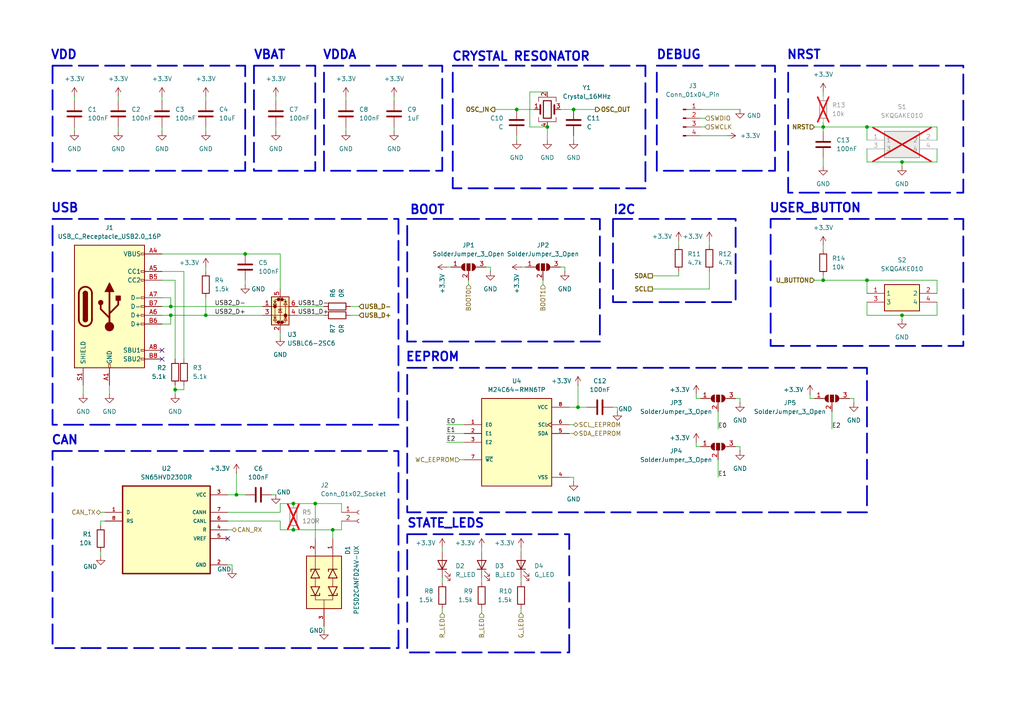
<source format=kicad_sch>
(kicad_sch (version 20231120) (generator "eeschema") (generator_version "8.0")
  (paper "A4")
  (title_block (title "MCU_Peripherals") (date "2025-12-08") (rev "V0.1") (company "Drag0th"))
  (lib_symbols
    (symbol "Connector:Conn_01x02_Socket" (pin_names (offset 1.016) hide)
      (property "Reference" "J" (at 0 2.54 0))
      (property "Value" "Conn_01x02_Socket" (at 0 -5.08 0))
      (symbol "Conn_01x02_Socket_1_1"
        (pin passive line (at -5.08 0 0) (length 3.81) (name "Pin_1") (number "1"))
        (pin passive line (at -5.08 -2.54 0) (length 3.81) (name "Pin_2") (number "2"))
      )
    )
    (symbol "Connector:Conn_01x04_Pin" (pin_names (offset 1.016) hide)
      (property "Reference" "J" (at 0 5.08 0))
      (property "Value" "Conn_01x04_Pin" (at 0 -7.62 0))
      (symbol "Conn_01x04_Pin_1_1"
        (pin passive line (at 5.08 2.54 180) (length 3.81) (name "Pin_1") (number "1"))
        (pin passive line (at 5.08 0 180) (length 3.81) (name "Pin_2") (number "2"))
        (pin passive line (at 5.08 -2.54 180) (length 3.81) (name "Pin_3") (number "3"))
        (pin passive line (at 5.08 -5.08 180) (length 3.81) (name "Pin_4") (number "4"))
      )
    )
    (symbol "Connector:USB_C_Receptacle_USB2.0_16P" (pin_names (offset 1.016))
      (property "Reference" "J" (at 0 22.225 0))
      (property "Value" "USB_C_Receptacle_USB2.0_16P" (at 0 19.685 0))
      (symbol "USB_C_Receptacle_USB2.0_16P_1_1"
        (pin passive line (at 0 -22.86 90) (length 5.08) (name "GND") (number "A1"))
        (pin passive line (at 0 -22.86 90) (length 5.08) hide (name "GND") (number "A12"))
        (pin passive line (at 15.24 15.24 180) (length 5.08) (name "VBUS") (number "A4"))
        (pin bidirectional line (at 15.24 10.16 180) (length 5.08) (name "CC1") (number "A5"))
        (pin bidirectional line (at 15.24 -2.54 180) (length 5.08) (name "D+") (number "A6"))
        (pin bidirectional line (at 15.24 2.54 180) (length 5.08) (name "D-") (number "A7"))
        (pin bidirectional line (at 15.24 -12.7 180) (length 5.08) (name "SBU1") (number "A8"))
        (pin passive line (at 15.24 15.24 180) (length 5.08) hide (name "VBUS") (number "A9"))
        (pin passive line (at 0 -22.86 90) (length 5.08) hide (name "GND") (number "B1"))
        (pin passive line (at 0 -22.86 90) (length 5.08) hide (name "GND") (number "B12"))
        (pin passive line (at 15.24 15.24 180) (length 5.08) hide (name "VBUS") (number "B4"))
        (pin bidirectional line (at 15.24 7.62 180) (length 5.08) (name "CC2") (number "B5"))
        (pin bidirectional line (at 15.24 -5.08 180) (length 5.08) (name "D+") (number "B6"))
        (pin bidirectional line (at 15.24 0 180) (length 5.08) (name "D-") (number "B7"))
        (pin bidirectional line (at 15.24 -15.24 180) (length 5.08) (name "SBU2") (number "B8"))
        (pin passive line (at 15.24 15.24 180) (length 5.08) hide (name "VBUS") (number "B9"))
        (pin passive line (at -7.62 -22.86 90) (length 5.08) (name "SHIELD") (number "S1"))
      )
    )
    (symbol "Device:C" (pin_numbers hide) (pin_names (offset 0.254))
      (property "Reference" "C" (at 0.635 2.54 0))
      (property "Value" "C" (at 0.635 -2.54 0))
      (symbol "C_1_1"
        (pin passive line (at 0 3.81 270) (length 2.794) (name "~") (number "1"))
        (pin passive line (at 0 -3.81 90) (length 2.794) (name "~") (number "2"))
      )
    )
    (symbol "Device:Crystal_GND24" (pin_names (offset 1.016) hide)
      (property "Reference" "Y" (at 3.175 5.08 0))
      (property "Value" "Crystal_GND24" (at 3.175 3.175 0))
      (symbol "Crystal_GND24_1_1"
        (pin passive line (at -3.81 0 0) (length 1.27) (name "1") (number "1"))
        (pin passive line (at 0 5.08 270) (length 1.27) (name "2") (number "2"))
        (pin passive line (at 3.81 0 180) (length 1.27) (name "3") (number "3"))
        (pin passive line (at 0 -5.08 90) (length 1.27) (name "4") (number "4"))
      )
    )
    (symbol "Device:LED" (pin_numbers hide) (pin_names (offset 1.016) hide)
      (property "Reference" "D" (at 0 2.54 0))
      (property "Value" "LED" (at 0 -2.54 0))
      (symbol "LED_1_1"
        (pin passive line (at -3.81 0 0) (length 2.54) (name "K") (number "1"))
        (pin passive line (at 3.81 0 180) (length 2.54) (name "A") (number "2"))
      )
    )
    (symbol "Device:R" (pin_numbers hide) (pin_names (offset 0))
      (property "Reference" "R" (at 2.032 0 90))
      (property "Value" "R" (at 0 0 90))
      (symbol "R_1_1"
        (pin passive line (at 0 3.81 270) (length 1.27) (name "~") (number "1"))
        (pin passive line (at 0 -3.81 90) (length 1.27) (name "~") (number "2"))
      )
    )
    (symbol "Jumper:SolderJumper_3_Open" (pin_names (offset 0) hide) (exclude_from_sim yes) (in_bom no)
      (property "Reference" "JP" (at -2.54 -2.54 0))
      (property "Value" "SolderJumper_3_Open" (at 0 2.794 0))
      (symbol "SolderJumper_3_Open_1_1"
        (pin passive line (at -5.08 0 0) (length 2.54) (name "A") (number "1"))
        (pin passive line (at 0 -3.81 90) (length 2.54) (name "C") (number "2"))
        (pin passive line (at 5.08 0 180) (length 2.54) (name "B") (number "3"))
      )
    )
    (symbol "KSZ_KiCad_Symbol_Library:M24C64-RMN6TP" (pin_names (offset 1.016))
      (property "Reference" "U" (at -10.16 13.335 0))
      (property "Value" "M24C64-RMN6TP" (at -10.16 -15.24 0))
      (symbol "M24C64-RMN6TP_0_0"
        (pin input line (at -15.24 5.08 0) (length 5.08) (name "E0") (number "1"))
        (pin input line (at -15.24 2.54 0) (length 5.08) (name "E1") (number "2"))
        (pin input line (at -15.24 0 0) (length 5.08) (name "E2") (number "3"))
        (pin power_in line (at 15.24 -10.16 180) (length 5.08) (name "VSS") (number "4"))
        (pin bidirectional line (at 15.24 2.54 180) (length 5.08) (name "SDA") (number "5"))
        (pin input clock (at 15.24 5.08 180) (length 5.08) (name "SCL") (number "6"))
        (pin input line (at -15.24 -5.08 0) (length 5.08) (name "~{WC}") (number "7"))
        (pin power_in line (at 15.24 10.16 180) (length 5.08) (name "VCC") (number "8"))
      )
    )
    (symbol "KSZ_KiCad_Symbol_Library:PESD2CANFD24V-UX" (pin_names (offset 1.016))
      (property "Reference" "D" (at -7.62 5.715 0))
      (property "Value" "PESD2CANFD24V-UX" (at -7.62 -7.62 0))
      (symbol "PESD2CANFD24V-UX_0_0"
        (pin passive line (at -12.7 2.54 0) (length 5.08) (name "~") (number "1"))
        (pin passive line (at -12.7 -2.54 0) (length 5.08) (name "~") (number "2"))
        (pin passive line (at 12.7 0 180) (length 5.08) (name "~") (number "3"))
      )
    )
    (symbol "KSZ_KiCad_Symbol_Library:SKQGAKE010"
      (property "Reference" "S" (at 16.51 7.62 0))
      (property "Value" "SKQGAKE010" (at 16.51 5.08 0))
      (symbol "SKQGAKE010_1_1"
        (pin passive line (at 0 0 0) (length 5.08) (name "1") (number "1"))
        (pin passive line (at 20.32 0 180) (length 5.08) (name "2") (number "2"))
        (pin passive line (at 0 -2.54 0) (length 5.08) (name "3") (number "3"))
        (pin passive line (at 20.32 -2.54 180) (length 5.08) (name "4") (number "4"))
      )
    )
    (symbol "KSZ_KiCad_Symbol_Library:SN65HVD230DR" (pin_names (offset 1.016))
      (property "Reference" "U" (at -12.7 13.7 0))
      (property "Value" "SN65HVD230DR" (at -12.7 -16.7 0))
      (symbol "SN65HVD230DR_0_0"
        (pin input line (at -17.78 5.08 0) (length 5.08) (name "D") (number "1"))
        (pin power_in line (at 17.78 -10.16 180) (length 5.08) (name "GND") (number "2"))
        (pin power_in line (at 17.78 10.16 180) (length 5.08) (name "VCC") (number "3"))
        (pin output line (at 17.78 0 180) (length 5.08) (name "R") (number "4"))
        (pin output line (at 17.78 -2.54 180) (length 5.08) (name "VREF") (number "5"))
        (pin output line (at 17.78 2.54 180) (length 5.08) (name "CANL") (number "6"))
        (pin output line (at 17.78 5.08 180) (length 5.08) (name "CANH") (number "7"))
        (pin input line (at -17.78 2.54 0) (length 5.08) (name "RS") (number "8"))
      )
    )
    (symbol "Power_Protection:USBLC6-2SC6" (pin_names hide)
      (property "Reference" "U" (at 0.635 5.715 0))
      (property "Value" "USBLC6-2SC6" (at 0.635 3.81 0))
      (symbol "USBLC6-2SC6_1_1"
        (pin passive line (at -5.08 0 0) (length 2.54) (name "I/O1") (number "1"))
        (pin passive line (at 0 -7.62 90) (length 2.54) (name "GND") (number "2"))
        (pin passive line (at -5.08 -2.54 0) (length 2.54) (name "I/O2") (number "3"))
        (pin passive line (at 5.08 -2.54 180) (length 2.54) (name "I/O2") (number "4"))
        (pin passive line (at 0 5.08 270) (length 2.54) (name "VBUS") (number "5"))
        (pin passive line (at 5.08 0 180) (length 2.54) (name "I/O1") (number "6"))
      )
    )
    (symbol "power:+3.3V" (power) (pin_numbers hide) (pin_names (offset 0) hide)
      (property "Value" "+3.3V" (at 0 3.556 0))
      (symbol "+3.3V_1_1"
        (pin power_in line (at 0 0 90) (length 0) (name "~") (number "1"))
      )
    )
    (symbol "power:GND" (power) (pin_numbers hide) (pin_names (offset 0) hide)
      (property "Value" "GND" (at 0 -3.81 0))
      (symbol "GND_1_1"
        (pin power_in line (at 0 0 270) (length 0) (name "~") (number "1"))
      )
    )
  )
  (junction (at 149.86 31.75))
  (junction (at 49.53 91.44))
  (junction (at 59.69 91.44))
  (junction (at 49.53 88.9))
  (junction (at 50.8 113.03))
  (junction (at 158.75 36.83))
  (junction (at 251.46 36.83))
  (junction (at 85.09 146.05))
  (junction (at 71.12 73.66))
  (junction (at 238.76 36.83))
  (junction (at 96.52 153.67))
  (junction (at 261.62 91.44))
  (junction (at 167.64 118.11))
  (junction (at 238.76 81.28))
  (junction (at 166.37 31.75))
  (junction (at 261.62 46.99))
  (junction (at 85.09 153.67))
  (junction (at 91.44 146.05))
  (junction (at 68.58 143.51))
  (junction (at 251.46 81.28))
  (no_connect (at 66.04 156.21))
  (no_connect (at 46.99 104.14))
  (no_connect (at 46.99 101.6))
  (wire (pts (xy 205.74 83.82) (xy 205.74 78.74)))
  (wire (pts (xy 201.93 129.54) (xy 203.2 129.54)))
  (wire (pts (xy 158.75 26.67) (xy 153.67 26.67)))
  (wire (pts (xy 128.27 167.64) (xy 128.27 168.91)))
  (wire (pts (xy 34.29 27.94) (xy 34.29 29.21)))
  (wire (pts (xy 151.13 167.64) (xy 151.13 168.91)))
  (wire (pts (xy 196.85 69.85) (xy 196.85 71.12)))
  (wire (pts (xy 201.93 128.27) (xy 201.93 129.54)))
  (wire (pts (xy 179.07 118.11) (xy 179.07 119.38)))
  (wire (pts (xy 46.99 27.94) (xy 46.99 29.21)))
  (wire (pts (xy 29.21 148.59) (xy 30.48 148.59)))
  (wire (pts (xy 46.99 78.74) (xy 53.34 78.74)))
  (wire (pts (xy 234.95 114.3) (xy 234.95 115.57)))
  (wire (pts (xy 81.28 146.05) (xy 81.28 148.59)))
  (wire (pts (xy 157.48 81.28) (xy 157.48 82.55)))
  (wire (pts (xy 59.69 27.94) (xy 59.69 29.21)))
  (wire (pts (xy 85.09 153.67) (xy 96.52 153.67)))
  (wire (pts (xy 238.76 71.12) (xy 238.76 72.39)))
  (wire (pts (xy 66.04 163.83) (xy 67.31 163.83)))
  (wire (pts (xy 213.36 115.57) (xy 214.63 115.57)))
  (wire (pts (xy 46.99 88.9) (xy 49.53 88.9)))
  (wire (pts (xy 214.63 129.54) (xy 214.63 130.81)))
  (wire (pts (xy 251.46 46.99) (xy 261.62 46.99)))
  (wire (pts (xy 96.52 153.67) (xy 96.52 156.21)))
  (wire (pts (xy 129.54 123.19) (xy 134.62 123.19)))
  (wire (pts (xy 133.35 133.35) (xy 134.62 133.35)))
  (wire (pts (xy 66.04 151.13) (xy 81.28 151.13)))
  (wire (pts (xy 236.22 81.28) (xy 238.76 81.28)))
  (wire (pts (xy 49.53 91.44) (xy 59.69 91.44)))
  (wire (pts (xy 29.21 151.13) (xy 29.21 152.4)))
  (wire (pts (xy 80.01 27.94) (xy 80.01 29.21)))
  (wire (pts (xy 167.64 111.76) (xy 167.64 118.11)))
  (wire (pts (xy 213.36 129.54) (xy 214.63 129.54)))
  (wire (pts (xy 49.53 88.9) (xy 76.2 88.9)))
  (wire (pts (xy 201.93 115.57) (xy 203.2 115.57)))
  (wire (pts (xy 205.74 69.85) (xy 205.74 71.12)))
  (wire (pts (xy 93.98 181.61) (xy 93.98 182.88)))
  (wire (pts (xy 50.8 81.28) (xy 50.8 104.14)))
  (wire (pts (xy 189.23 83.82) (xy 205.74 83.82)))
  (wire (pts (xy 151.13 77.47) (xy 152.4 77.47)))
  (wire (pts (xy 238.76 36.83) (xy 251.46 36.83)))
  (wire (pts (xy 46.99 81.28) (xy 50.8 81.28)))
  (wire (pts (xy 177.8 118.11) (xy 179.07 118.11)))
  (wire (pts (xy 251.46 81.28) (xy 271.78 81.28)))
  (wire (pts (xy 166.37 40.64) (xy 166.37 39.37)))
  (wire (pts (xy 246.38 115.57) (xy 247.65 115.57)))
  (wire (pts (xy 46.99 86.36) (xy 49.53 86.36)))
  (wire (pts (xy 139.7 158.75) (xy 139.7 160.02)))
  (wire (pts (xy 167.64 118.11) (xy 170.18 118.11)))
  (wire (pts (xy 91.44 146.05) (xy 99.06 146.05)))
  (wire (pts (xy 101.6 88.9) (xy 104.14 88.9)))
  (wire (pts (xy 166.37 138.43) (xy 166.37 139.7)))
  (wire (pts (xy 81.28 96.52) (xy 81.28 97.79)))
  (wire (pts (xy 59.69 36.83) (xy 59.69 38.1)))
  (wire (pts (xy 241.3 119.38) (xy 241.3 124.46)))
  (wire (pts (xy 139.7 176.53) (xy 139.7 177.8)))
  (wire (pts (xy 99.06 151.13) (xy 99.06 153.67)))
  (wire (pts (xy 50.8 114.3) (xy 50.8 113.03)))
  (wire (pts (xy 49.53 86.36) (xy 49.53 88.9)))
  (wire (pts (xy 30.48 151.13) (xy 29.21 151.13)))
  (wire (pts (xy 71.12 81.28) (xy 71.12 82.55)))
  (wire (pts (xy 114.3 36.83) (xy 114.3 38.1)))
  (wire (pts (xy 271.78 91.44) (xy 271.78 87.63)))
  (wire (pts (xy 189.23 80.01) (xy 196.85 80.01)))
  (wire (pts (xy 46.99 36.83) (xy 46.99 38.1)))
  (wire (pts (xy 71.12 73.66) (xy 81.28 73.66)))
  (wire (pts (xy 153.67 36.83) (xy 158.75 36.83)))
  (wire (pts (xy 208.28 133.35) (xy 208.28 138.43)))
  (wire (pts (xy 203.2 31.75) (xy 214.63 31.75)))
  (wire (pts (xy 149.86 31.75) (xy 154.94 31.75)))
  (wire (pts (xy 100.33 27.94) (xy 100.33 29.21)))
  (wire (pts (xy 81.28 73.66) (xy 81.28 83.82)))
  (wire (pts (xy 139.7 167.64) (xy 139.7 168.91)))
  (wire (pts (xy 46.99 93.98) (xy 49.53 93.98)))
  (wire (pts (xy 251.46 36.83) (xy 271.78 36.83)))
  (wire (pts (xy 100.33 36.83) (xy 100.33 38.1)))
  (wire (pts (xy 165.1 138.43) (xy 166.37 138.43)))
  (wire (pts (xy 166.37 31.75) (xy 172.72 31.75)))
  (wire (pts (xy 99.06 146.05) (xy 99.06 148.59)))
  (wire (pts (xy 238.76 36.83) (xy 238.76 38.1)))
  (wire (pts (xy 261.62 92.71) (xy 261.62 91.44)))
  (wire (pts (xy 261.62 48.26) (xy 261.62 46.99)))
  (wire (pts (xy 66.04 153.67) (xy 67.31 153.67)))
  (wire (pts (xy 251.46 36.83) (xy 251.46 40.64)))
  (wire (pts (xy 34.29 36.83) (xy 34.29 38.1)))
  (wire (pts (xy 158.75 36.83) (xy 158.75 40.64)))
  (wire (pts (xy 128.27 158.75) (xy 128.27 160.02)))
  (wire (pts (xy 142.24 77.47) (xy 142.24 78.74)))
  (wire (pts (xy 101.6 91.44) (xy 104.14 91.44)))
  (wire (pts (xy 53.34 111.76) (xy 53.34 113.03)))
  (wire (pts (xy 247.65 115.57) (xy 247.65 116.84)))
  (wire (pts (xy 86.36 91.44) (xy 93.98 91.44)))
  (wire (pts (xy 236.22 36.83) (xy 238.76 36.83)))
  (wire (pts (xy 66.04 148.59) (xy 81.28 148.59)))
  (wire (pts (xy 251.46 87.63) (xy 251.46 91.44)))
  (wire (pts (xy 78.74 143.51) (xy 80.01 143.51)))
  (wire (pts (xy 68.58 137.16) (xy 68.58 143.51)))
  (wire (pts (xy 201.93 114.3) (xy 201.93 115.57)))
  (wire (pts (xy 29.21 160.02) (xy 29.21 161.29)))
  (wire (pts (xy 251.46 43.18) (xy 251.46 46.99)))
  (wire (pts (xy 238.76 81.28) (xy 251.46 81.28)))
  (wire (pts (xy 261.62 91.44) (xy 271.78 91.44)))
  (wire (pts (xy 196.85 78.74) (xy 196.85 80.01)))
  (wire (pts (xy 238.76 35.56) (xy 238.76 36.83)))
  (wire (pts (xy 31.75 111.76) (xy 31.75 114.3)))
  (wire (pts (xy 151.13 176.53) (xy 151.13 177.8)))
  (wire (pts (xy 238.76 45.72) (xy 238.76 48.26)))
  (wire (pts (xy 271.78 46.99) (xy 271.78 43.18)))
  (wire (pts (xy 203.2 39.37) (xy 210.82 39.37)))
  (wire (pts (xy 129.54 77.47) (xy 130.81 77.47)))
  (wire (pts (xy 81.28 146.05) (xy 85.09 146.05)))
  (wire (pts (xy 129.54 128.27) (xy 134.62 128.27)))
  (wire (pts (xy 81.28 151.13) (xy 81.28 153.67)))
  (wire (pts (xy 80.01 36.83) (xy 80.01 38.1)))
  (wire (pts (xy 21.59 27.94) (xy 21.59 29.21)))
  (wire (pts (xy 50.8 113.03) (xy 53.34 113.03)))
  (wire (pts (xy 24.13 111.76) (xy 24.13 114.3)))
  (wire (pts (xy 149.86 39.37) (xy 149.86 40.64)))
  (wire (pts (xy 151.13 158.75) (xy 151.13 160.02)))
  (wire (pts (xy 238.76 26.67) (xy 238.76 27.94)))
  (wire (pts (xy 46.99 91.44) (xy 49.53 91.44)))
  (wire (pts (xy 67.31 163.83) (xy 67.31 165.1)))
  (wire (pts (xy 163.83 77.47) (xy 163.83 78.74)))
  (wire (pts (xy 271.78 81.28) (xy 271.78 85.09)))
  (wire (pts (xy 59.69 77.47) (xy 59.69 78.74)))
  (wire (pts (xy 135.89 81.28) (xy 135.89 82.55)))
  (wire (pts (xy 114.3 27.94) (xy 114.3 29.21)))
  (wire (pts (xy 81.28 153.67) (xy 85.09 153.67)))
  (wire (pts (xy 208.28 119.38) (xy 208.28 124.46)))
  (wire (pts (xy 251.46 91.44) (xy 261.62 91.44)))
  (wire (pts (xy 203.2 36.83) (xy 204.47 36.83)))
  (wire (pts (xy 96.52 153.67) (xy 99.06 153.67)))
  (wire (pts (xy 203.2 34.29) (xy 204.47 34.29)))
  (wire (pts (xy 66.04 143.51) (xy 68.58 143.51)))
  (wire (pts (xy 68.58 143.51) (xy 71.12 143.51)))
  (wire (pts (xy 49.53 93.98) (xy 49.53 91.44)))
  (wire (pts (xy 53.34 78.74) (xy 53.34 104.14)))
  (wire (pts (xy 59.69 86.36) (xy 59.69 91.44)))
  (wire (pts (xy 59.69 91.44) (xy 76.2 91.44)))
  (wire (pts (xy 143.51 31.75) (xy 149.86 31.75)))
  (wire (pts (xy 162.56 31.75) (xy 166.37 31.75)))
  (wire (pts (xy 46.99 73.66) (xy 71.12 73.66)))
  (wire (pts (xy 153.67 26.67) (xy 153.67 36.83)))
  (wire (pts (xy 50.8 111.76) (xy 50.8 113.03)))
  (wire (pts (xy 128.27 176.53) (xy 128.27 177.8)))
  (wire (pts (xy 85.09 146.05) (xy 91.44 146.05)))
  (wire (pts (xy 165.1 125.73) (xy 166.37 125.73)))
  (wire (pts (xy 162.56 77.47) (xy 163.83 77.47)))
  (wire (pts (xy 238.76 80.01) (xy 238.76 81.28)))
  (wire (pts (xy 129.54 125.73) (xy 134.62 125.73)))
  (wire (pts (xy 214.63 115.57) (xy 214.63 116.84)))
  (wire (pts (xy 234.95 115.57) (xy 236.22 115.57)))
  (wire (pts (xy 21.59 36.83) (xy 21.59 38.1)))
  (wire (pts (xy 271.78 36.83) (xy 271.78 40.64)))
  (wire (pts (xy 86.36 88.9) (xy 93.98 88.9)))
  (wire (pts (xy 251.46 81.28) (xy 251.46 85.09)))
  (wire (pts (xy 91.44 146.05) (xy 91.44 156.21)))
  (wire (pts (xy 140.97 77.47) (xy 142.24 77.47)))
  (wire (pts (xy 165.1 123.19) (xy 166.37 123.19)))
  (wire (pts (xy 261.62 46.99) (xy 271.78 46.99)))
  (wire (pts (xy 165.1 118.11) (xy 167.64 118.11)))
  (rectangle (start 93.98 19.05) (end 128.27 49.53) (stroke (width 0.508) (type dash)))
  (rectangle (start 73.66 19.05) (end 91.44 49.53) (stroke (width 0.508) (type dash)))
  (rectangle (start 190.5 19.05) (end 224.79 49.53) (stroke (width 0.508) (type dash)))
  (rectangle (start 15.24 63.5) (end 115.57 123.19) (stroke (width 0.508) (type dash)))
  (rectangle (start 118.11 63.5) (end 173.99 99.06) (stroke (width 0.508) (type dash)))
  (rectangle (start 118.11 106.68) (end 251.46 148.59) (stroke (width 0.508) (type dash)))
  (rectangle (start 228.6 19.05) (end 279.4 55.88) (stroke (width 0.508) (type dash)))
  (rectangle (start 15.24 130.81) (end 115.57 187.96) (stroke (width 0.508) (type dash)))
  (rectangle (start 131.318 19.05) (end 187.198 54.61) (stroke (width 0.508) (type dash)))
  (rectangle (start 177.8 63.5) (end 213.36 87.63) (stroke (width 0.508) (type dash)))
  (rectangle (start 15.24 19.05) (end 71.12 49.53) (stroke (width 0.508) (type dash)))
  (rectangle (start 118.11 154.94) (end 165.1 189.23) (stroke (width 0.508) (type dash)))
  (rectangle (start 223.52 63.5) (end 279.4 100.33) (stroke (width 0.508) (type dash)))
  (text "VDDA" (at 98.552 16.002 0) (effects (font (size 2.54 2.54) (thickness 0.508) (bold yes))))
  (text "CRYSTAL RESONATOR" (at 151.13 16.51 0) (effects (font (size 2.54 2.54) (thickness 0.508) (bold yes))))
  (text "CAN" (at 18.796 127.762 0) (effects (font (size 2.54 2.54) (thickness 0.508) (bold yes))))
  (text "EEPROM" (at 125.476 103.632 0) (effects (font (size 2.54 2.54) (thickness 0.508) (bold yes))))
  (text "VDD" (at 18.542 16.002 0) (effects (font (size 2.54 2.54) (thickness 0.508) (bold yes))))
  (text "STATE_LEDS" (at 129.286 151.892 0) (effects (font (size 2.54 2.54) (thickness 0.508) (bold yes))))
  (text "BOOT" (at 123.952 60.96 0) (effects (font (size 2.54 2.54) (thickness 0.508) (bold yes))))
  (text "DEBUG" (at 196.85 16.002 0) (effects (font (size 2.54 2.54) (thickness 0.508) (bold yes))))
  (text "NRST" (at 233.172 16.002 0) (effects (font (size 2.54 2.54) (thickness 0.508) (bold yes))))
  (text "VBAT" (at 78.232 16.002 0) (effects (font (size 2.54 2.54) (thickness 0.508) (bold yes))))
  (text "USER_BUTTON" (at 236.474 60.452 0) (effects (font (size 2.54 2.54) (thickness 0.508) (bold yes))))
  (text "I2C" (at 181.102 60.96 0) (effects (font (size 2.54 2.54) (thickness 0.508) (bold yes))))
  (text "USB" (at 18.796 60.452 0) (effects (font (size 2.54 2.54) (thickness 0.508) (bold yes))))
  (label "E2" (at 241.3 124.46 0))
  (label "E0" (at 129.54 123.19 0))
  (label "USB2_D+" (at 62.23 91.44 0))
  (label "USB2_D-" (at 62.23 88.9 0))
  (label "E1" (at 208.28 138.43 0))
  (label "USB1_D-" (at 86.36 88.9 0))
  (label "USB1_D+" (at 86.36 91.44 0))
  (label "E2" (at 129.54 128.27 0))
  (label "E1" (at 129.54 125.73 0))
  (label "E0" (at 208.28 124.46 0))
  (hierarchical_label "OSC_OUT" (shape output) (at 172.72 31.75 0) (effects (font (thickness 0.254) (bold yes))))
  (hierarchical_label "SDA" (shape passive) (at 189.23 80.01 180) (effects (font (thickness 0.254) (bold yes))))
  (hierarchical_label "R_LED" (shape input) (at 128.27 177.8 270))
  (hierarchical_label "BOOT1" (shape input) (at 157.48 82.55 270))
  (hierarchical_label "U_BUTTON" (shape input) (at 236.22 81.28 180) (effects (font (thickness 0.254) (bold yes))))
  (hierarchical_label "SWDIO" (shape input) (at 204.47 34.29 0))
  (hierarchical_label "SCL_EEPROM" (shape bidirectional) (at 166.37 123.19 0))
  (hierarchical_label "OSC_IN" (shape output) (at 143.51 31.75 180) (effects (font (thickness 0.254) (bold yes))))
  (hierarchical_label "WC_EEPROM" (shape input) (at 133.35 133.35 180))
  (hierarchical_label "SDA_EEPROM" (shape bidirectional) (at 166.37 125.73 0))
  (hierarchical_label "CAN_RX" (shape bidirectional) (at 67.31 153.67 0))
  (hierarchical_label "USB_D+" (shape input) (at 104.14 91.44 0) (effects (font (thickness 0.254) (bold yes))))
  (hierarchical_label "CAN_TX" (shape bidirectional) (at 29.21 148.59 180))
  (hierarchical_label "SCL" (shape passive) (at 189.23 83.82 180) (effects (font (thickness 0.254) (bold yes))))
  (hierarchical_label "BOOT0" (shape input) (at 135.89 82.55 270))
  (hierarchical_label "SWCLK" (shape input) (at 204.47 36.83 0))
  (hierarchical_label "G_LED" (shape input) (at 151.13 177.8 270))
  (hierarchical_label "USB_D-" (shape input) (at 104.14 88.9 0) (effects (font (thickness 0.254) (bold yes))))
  (hierarchical_label "NRST" (shape input) (at 236.22 36.83 180) (effects (font (thickness 0.254) (bold yes))))
  (hierarchical_label "B_LED" (shape input) (at 139.7 177.8 270))
  (symbol (lib_id "power:GND") (at 46.99 38.1 0) (unit 1)
    (property "Reference" "#PWR03" (effects (hide yes)))
    (property "Value" "GND" (at 46.99 43.18 0))
    (property "Description" "Power symbol creates a global label with name \"GND\" , ground" (effects (hide yes)))
  )
  (symbol (lib_id "power:+3.3V") (at 59.69 77.47 0) (unit 1)
    (property "Reference" "#PWR029" (effects (hide yes)))
    (property "Value" "+3.3V" (at 54.864 76.2 0))
    (property "Description" "Power symbol creates a global label with name \"+3.3V\"" (effects (hide yes)))
  )
  (symbol (lib_id "power:GND") (at 81.28 97.79 0) (unit 1)
    (property "Reference" "#PWR024" (effects (hide yes)))
    (property "Value" "GND" (at 81.28 102.87 0))
    (property "Description" "Power symbol creates a global label with name \"GND\" , ground" (effects (hide yes)))
  )
  (symbol (lib_id "power:GND") (at 158.75 40.64 0) (unit 1)
    (property "Reference" "#PWR021" (effects (hide yes)))
    (property "Value" "GND" (at 158.75 45.72 0))
    (property "Description" "Power symbol creates a global label with name \"GND\" , ground" (effects (hide yes)))
  )
  (symbol (lib_id "power:GND") (at 29.21 161.29 0) (unit 1)
    (property "Reference" "#PWR090" (effects (hide yes)))
    (property "Value" "GND" (at 26.162 164.338 0))
    (property "Description" "Power symbol creates a global label with name \"GND\" , ground" (effects (hide yes)))
  )
  (symbol (lib_id "power:+3.3V") (at 201.93 128.27 0) (unit 1)
    (property "Reference" "#PWR083" (effects (hide yes)))
    (property "Value" "+3.3V" (at 197.104 127 0))
    (property "Description" "Power symbol creates a global label with name \"+3.3V\"" (effects (hide yes)))
  )
  (symbol (lib_id "power:GND") (at 80.01 38.1 0) (unit 1)
    (property "Reference" "#PWR013" (effects (hide yes)))
    (property "Value" "GND" (at 80.01 43.18 0))
    (property "Description" "Power symbol creates a global label with name \"GND\" , ground" (effects (hide yes)))
  )
  (symbol (lib_id "power:GND") (at 80.01 143.51 0) (unit 1)
    (property "Reference" "#PWR088" (effects (hide yes)))
    (property "Value" "GND" (at 82.296 142.748 0))
    (property "Description" "Power symbol creates a global label with name \"GND\" , ground" (effects (hide yes)))
  )
  (symbol (lib_id "KSZ_KiCad_Symbol_Library:SN65HVD230DR") (at 48.26 153.67 0) (unit 1)
    (property "Reference" "U2" (at 48.26 135.89 0))
    (property "Value" "SN65HVD230DR" (at 48.26 138.43 0))
    (property "Footprint" "KSZ_KiCad_Footprint_Library:SOIC127P599X175-8N" (effects (hide yes)))
    (property "MF" "Texas Instruments" (effects (hide yes)))
    (property "Description_1" "\n                        \n                            3.3 V CAN Transceiver with Standby Mode\n                        \n" (effects (hide yes)))
    (property "Package" "SOIC-8 Texas Instruments" (effects (hide yes)))
    (property "Price" "None" (effects (hide yes)))
    (property "SnapEDA_Link" "https://www.snapeda.com/parts/SN65HVD230DR/Texas+Instruments/view-part/?ref=snap" (effects (hide yes)))
    (property "MP" "SN65HVD230DR" (effects (hide yes)))
    (property "Availability" "In Stock" (effects (hide yes)))
    (property "Check_prices" "https://www.snapeda.com/parts/SN65HVD230DR/Texas+Instruments/view-part/?ref=eda" (effects (hide yes)))
  )
  (symbol (lib_id "KSZ_KiCad_Symbol_Library:SKQGAKE010") (at 251.46 40.64 0) (unit 1) (dnp yes)
    (property "Reference" "S1" (at 261.62 30.988 0))
    (property "Value" "SKQGAKE010" (at 261.62 33.528 0))
    (property "Footprint" "KSZ_KiCad_Footprint_Library:SKQGAKE010" (effects (hide yes)))
    (property "Description" "Tact switch,SMT,SPST,with stem,3.43N o/f Stem Tactile Switch, SPST-NO 50 mA 1.5mm" (effects (hide yes)))
    (property "Mouser Part Number" "688-SKQGAKE010" (effects (hide yes)))
    (property "Mouser Price/Stock" "https://www.mouser.co.uk/ProductDetail/Alps-Alpine/SKQGAKE010?qs=6EGMNY9ZYDT%2FL8q647gzYA%3D%3D" (effects (hide yes)))
    (property "Manufacturer_Name" "ALPS Electric" (effects (hide yes)))
    (property "Manufacturer_Part_Number" "SKQGAKE010" (effects (hide yes)))
  )
  (symbol (lib_id "power:+3.3V") (at 34.29 27.94 0) (unit 1)
    (property "Reference" "#PWR08" (effects (hide yes)))
    (property "Value" "+3.3V" (at 34.29 22.86 0))
    (property "Description" "Power symbol creates a global label with name \"+3.3V\"" (effects (hide yes)))
  )
  (symbol (lib_id "power:GND") (at 166.37 40.64 0) (unit 1)
    (property "Reference" "#PWR022" (effects (hide yes)))
    (property "Value" "GND" (at 166.37 45.72 0))
    (property "Description" "Power symbol creates a global label with name \"GND\" , ground" (effects (hide yes)))
  )
  (symbol (lib_id "Jumper:SolderJumper_3_Open") (at 208.28 115.57 0) (unit 1) (exclude_from_sim yes) (in_bom no)
    (property "Reference" "JP3" (at 196.088 116.84 0))
    (property "Value" "SolderJumper_3_Open" (at 196.088 119.38 0))
    (property "Footprint" "Jumper:SolderJumper-3_P1.3mm_Open_RoundedPad1.0x1.5mm_NumberLabels" (effects (hide yes)))
    (property "Description" "Solder Jumper, 3-pole, open" (effects (hide yes)))
  )
  (symbol (lib_id "power:+3.3V") (at 46.99 27.94 0) (unit 1)
    (property "Reference" "#PWR09" (effects (hide yes)))
    (property "Value" "+3.3V" (at 46.99 22.86 0))
    (property "Description" "Power symbol creates a global label with name \"+3.3V\"" (effects (hide yes)))
  )
  (symbol (lib_id "Device:C") (at 71.12 77.47 0) (unit 1)
    (property "Reference" "C5" (at 74.93 76.1999 0) (effects (justify left)))
    (property "Value" "100nF" (at 74.93 78.7399 0) (effects (justify left)))
    (property "Footprint" "Capacitor_SMD:C_0402_1005Metric_Pad0.74x0.62mm_HandSolder" (effects (hide yes)))
    (property "Description" "Unpolarized capacitor" (effects (hide yes)))
  )
  (symbol (lib_id "power:GND") (at 114.3 38.1 0) (unit 1)
    (property "Reference" "#PWR019" (effects (hide yes)))
    (property "Value" "GND" (at 114.3 43.18 0))
    (property "Description" "Power symbol creates a global label with name \"GND\" , ground" (effects (hide yes)))
  )
  (symbol (lib_id "Device:R") (at 53.34 107.95 0) (unit 1)
    (property "Reference" "R3" (at 55.88 106.6799 0) (effects (justify left)))
    (property "Value" "5.1k" (at 55.88 109.2199 0) (effects (justify left)))
    (property "Footprint" "Resistor_SMD:R_0402_1005Metric_Pad0.72x0.64mm_HandSolder" (effects (hide yes)))
    (property "Description" "Resistor" (effects (hide yes)))
  )
  (symbol (lib_id "power:+3.3V") (at 238.76 71.12 0) (unit 1)
    (property "Reference" "#PWR095" (effects (hide yes)))
    (property "Value" "+3.3V" (at 238.76 66.04 0))
    (property "Description" "Power symbol creates a global label with name \"+3.3V\"" (effects (hide yes)))
  )
  (symbol (lib_id "power:GND") (at 149.86 40.64 0) (unit 1)
    (property "Reference" "#PWR023" (effects (hide yes)))
    (property "Value" "GND" (at 149.86 45.72 0))
    (property "Description" "Power symbol creates a global label with name \"GND\" , ground" (effects (hide yes)))
  )
  (symbol (lib_id "power:GND") (at 24.13 114.3 0) (unit 1)
    (property "Reference" "#PWR026" (effects (hide yes)))
    (property "Value" "GND" (at 24.13 119.38 0))
    (property "Description" "Power symbol creates a global label with name \"GND\" , ground" (effects (hide yes)))
  )
  (symbol (lib_id "Device:C") (at 166.37 35.56 0) (unit 1)
    (property "Reference" "C11" (at 170.18 34.2899 0) (effects (justify left)))
    (property "Value" "C" (at 170.18 36.8299 0) (effects (justify left)))
    (property "Footprint" "Capacitor_SMD:C_0402_1005Metric_Pad0.74x0.62mm_HandSolder" (effects (hide yes)))
    (property "Description" "Unpolarized capacitor" (effects (hide yes)))
  )
  (symbol (lib_id "power:GND") (at 100.33 38.1 0) (unit 1)
    (property "Reference" "#PWR017" (effects (hide yes)))
    (property "Value" "GND" (at 100.33 43.18 0))
    (property "Description" "Power symbol creates a global label with name \"GND\" , ground" (effects (hide yes)))
  )
  (symbol (lib_id "Device:C") (at 114.3 33.02 0) (unit 1)
    (property "Reference" "C9" (at 118.11 31.7499 0) (effects (justify left)))
    (property "Value" "1uF" (at 118.11 34.2899 0) (effects (justify left)))
    (property "Footprint" "Capacitor_SMD:C_0402_1005Metric_Pad0.74x0.62mm_HandSolder" (effects (hide yes)))
    (property "Description" "Unpolarized capacitor" (effects (hide yes)))
  )
  (symbol (lib_id "power:+3.3V") (at 114.3 27.94 0) (unit 1)
    (property "Reference" "#PWR018" (effects (hide yes)))
    (property "Value" "+3.3V" (at 114.3 22.86 0))
    (property "Description" "Power symbol creates a global label with name \"+3.3V\"" (effects (hide yes)))
  )
  (symbol (lib_id "Device:R") (at 97.79 91.44 90) (mirror x) (unit 1)
    (property "Reference" "R7" (at 96.5199 93.98 0) (effects (justify left)))
    (property "Value" "0R" (at 99.0599 93.98 0) (effects (justify left)))
    (property "Footprint" "Resistor_SMD:R_0402_1005Metric_Pad0.72x0.64mm_HandSolder" (effects (hide yes)))
    (property "Description" "Resistor" (effects (hide yes)))
  )
  (symbol (lib_id "Device:LED") (at 128.27 163.83 90) (unit 1)
    (property "Reference" "D2" (at 132.08 164.1474 90) (effects (justify right)))
    (property "Value" "R_LED" (at 132.08 166.6874 90) (effects (justify right)))
    (property "Footprint" "LED_SMD:LED_0603_1608Metric_Pad1.05x0.95mm_HandSolder" (effects (hide yes)))
    (property "Description" "Light emitting diode" (effects (hide yes)))
  )
  (symbol (lib_id "power:GND") (at 214.63 31.75 0) (unit 1)
    (property "Reference" "#PWR031" (effects (hide yes)))
    (property "Value" "GND" (at 218.694 33.528 0))
    (property "Description" "Power symbol creates a global label with name \"GND\" , ground" (effects (hide yes)))
  )
  (symbol (lib_id "power:GND") (at 214.63 116.84 0) (unit 1)
    (property "Reference" "#PWR082" (effects (hide yes)))
    (property "Value" "GND" (at 214.63 121.92 0))
    (property "Description" "Power symbol creates a global label with name \"GND\" , ground" (effects (hide yes)))
  )
  (symbol (lib_id "Jumper:SolderJumper_3_Open") (at 208.28 129.54 0) (unit 1) (exclude_from_sim yes) (in_bom no)
    (property "Reference" "JP4" (at 196.088 130.81 0))
    (property "Value" "SolderJumper_3_Open" (at 196.088 133.35 0))
    (property "Footprint" "Jumper:SolderJumper-3_P1.3mm_Open_RoundedPad1.0x1.5mm_NumberLabels" (effects (hide yes)))
    (property "Description" "Solder Jumper, 3-pole, open" (effects (hide yes)))
  )
  (symbol (lib_id "power:GND") (at 261.62 92.71 0) (unit 1)
    (property "Reference" "#PWR097" (effects (hide yes)))
    (property "Value" "GND" (at 261.62 97.79 0))
    (property "Description" "Power symbol creates a global label with name \"GND\" , ground" (effects (hide yes)))
  )
  (symbol (lib_id "Jumper:SolderJumper_3_Open") (at 135.89 77.47 0) (unit 1) (exclude_from_sim yes) (in_bom no)
    (property "Reference" "JP1" (at 135.89 71.12 0))
    (property "Value" "SolderJumper_3_Open" (at 135.89 73.66 0))
    (property "Footprint" "Jumper:SolderJumper-3_P1.3mm_Open_RoundedPad1.0x1.5mm_NumberLabels" (effects (hide yes)))
    (property "Description" "Solder Jumper, 3-pole, open" (effects (hide yes)))
  )
  (symbol (lib_id "Device:C") (at 46.99 33.02 0) (unit 1)
    (property "Reference" "C3" (at 50.8 31.7499 0) (effects (justify left)))
    (property "Value" "100nF" (at 50.8 34.2899 0) (effects (justify left)))
    (property "Footprint" "Capacitor_SMD:C_0402_1005Metric_Pad0.74x0.62mm_HandSolder" (effects (hide yes)))
    (property "Description" "Unpolarized capacitor" (effects (hide yes)))
  )
  (symbol (lib_id "Device:R") (at 50.8 107.95 0) (mirror y) (unit 1)
    (property "Reference" "R2" (at 48.26 106.6799 0) (effects (justify left)))
    (property "Value" "5.1k" (at 48.26 109.2199 0) (effects (justify left)))
    (property "Footprint" "Resistor_SMD:R_0402_1005Metric_Pad0.72x0.64mm_HandSolder" (effects (hide yes)))
    (property "Description" "Resistor" (effects (hide yes)))
  )
  (symbol (lib_id "Device:C") (at 100.33 33.02 0) (unit 1)
    (property "Reference" "C8" (at 104.14 31.7499 0) (effects (justify left)))
    (property "Value" "100nF" (at 104.14 34.2899 0) (effects (justify left)))
    (property "Footprint" "Capacitor_SMD:C_0402_1005Metric_Pad0.74x0.62mm_HandSolder" (effects (hide yes)))
    (property "Description" "Unpolarized capacitor" (effects (hide yes)))
  )
  (symbol (lib_id "Jumper:SolderJumper_3_Open") (at 241.3 115.57 0) (unit 1) (exclude_from_sim yes) (in_bom no)
    (property "Reference" "JP5" (at 229.108 116.84 0))
    (property "Value" "SolderJumper_3_Open" (at 229.108 119.38 0))
    (property "Footprint" "Jumper:SolderJumper-3_P1.3mm_Open_RoundedPad1.0x1.5mm_NumberLabels" (effects (hide yes)))
    (property "Description" "Solder Jumper, 3-pole, open" (effects (hide yes)))
  )
  (symbol (lib_id "power:+3.3V") (at 21.59 27.94 0) (unit 1)
    (property "Reference" "#PWR07" (effects (hide yes)))
    (property "Value" "+3.3V" (at 21.59 22.86 0))
    (property "Description" "Power symbol creates a global label with name \"+3.3V\"" (effects (hide yes)))
  )
  (symbol (lib_id "power:GND") (at 67.31 165.1 0) (unit 1)
    (property "Reference" "#PWR089" (effects (hide yes)))
    (property "Value" "GND" (at 65.024 165.1 0))
    (property "Description" "Power symbol creates a global label with name \"GND\" , ground" (effects (hide yes)))
  )
  (symbol (lib_id "Device:LED") (at 139.7 163.83 90) (unit 1)
    (property "Reference" "D3" (at 143.51 164.1474 90) (effects (justify right)))
    (property "Value" "B_LED" (at 143.51 166.6874 90) (effects (justify right)))
    (property "Footprint" "LED_SMD:LED_0603_1608Metric_Pad1.05x0.95mm_HandSolder" (effects (hide yes)))
    (property "Description" "Light emitting diode" (effects (hide yes)))
  )
  (symbol (lib_id "power:GND") (at 163.83 78.74 0) (unit 1)
    (property "Reference" "#PWR034" (effects (hide yes)))
    (property "Value" "GND" (at 163.83 83.82 0))
    (property "Description" "Power symbol creates a global label with name \"GND\" , ground" (effects (hide yes)))
  )
  (symbol (lib_id "Connector:Conn_01x04_Pin") (at 198.12 34.29 0) (unit 1)
    (property "Reference" "J3" (at 200.914 24.892 0))
    (property "Value" "Conn_01x04_Pin" (at 200.914 27.432 0))
    (property "Footprint" "Connector_PinHeader_2.54mm:PinHeader_1x04_P2.54mm_Vertical" (effects (hide yes)))
    (property "Description" "Generic connector, single row, 01x04, script generated" (effects (hide yes)))
  )
  (symbol (lib_id "Device:R") (at 196.85 74.93 0) (unit 1)
    (property "Reference" "R11" (at 199.39 73.6599 0) (effects (justify left)))
    (property "Value" "4.7k" (at 199.39 76.1999 0) (effects (justify left)))
    (property "Footprint" "Resistor_SMD:R_0402_1005Metric_Pad0.72x0.64mm_HandSolder" (effects (hide yes)))
    (property "Description" "Resistor" (effects (hide yes)))
  )
  (symbol (lib_id "power:+3.3V") (at 167.64 111.76 0) (unit 1)
    (property "Reference" "#PWR079" (effects (hide yes)))
    (property "Value" "+3.3V" (at 162.814 110.49 0))
    (property "Description" "Power symbol creates a global label with name \"+3.3V\"" (effects (hide yes)))
  )
  (symbol (lib_id "Device:C") (at 238.76 41.91 0) (unit 1)
    (property "Reference" "C13" (at 242.57 40.6399 0) (effects (justify left)))
    (property "Value" "100nF" (at 242.57 43.1799 0) (effects (justify left)))
    (property "Footprint" "Capacitor_SMD:C_0402_1005Metric_Pad0.74x0.62mm_HandSolder" (effects (hide yes)))
    (property "Description" "Unpolarized capacitor" (effects (hide yes)))
  )
  (symbol (lib_id "Device:R") (at 85.09 149.86 0) (unit 1) (dnp yes)
    (property "Reference" "R5" (at 87.63 148.5899 0) (effects (justify left)))
    (property "Value" "120R" (at 87.63 151.1299 0) (effects (justify left)))
    (property "Footprint" "Resistor_SMD:R_0402_1005Metric_Pad0.72x0.64mm_HandSolder" (effects (hide yes)))
    (property "Description" "Resistor" (effects (hide yes)))
  )
  (symbol (lib_id "Jumper:SolderJumper_3_Open") (at 157.48 77.47 0) (unit 1) (exclude_from_sim yes) (in_bom no)
    (property "Reference" "JP2" (at 157.48 71.12 0))
    (property "Value" "SolderJumper_3_Open" (at 157.48 73.66 0))
    (property "Footprint" "Jumper:SolderJumper-3_P1.3mm_Open_RoundedPad1.0x1.5mm_NumberLabels" (effects (hide yes)))
    (property "Description" "Solder Jumper, 3-pole, open" (effects (hide yes)))
  )
  (symbol (lib_id "power:+3.3V") (at 238.76 26.67 0) (unit 1)
    (property "Reference" "#PWR014" (effects (hide yes)))
    (property "Value" "+3.3V" (at 238.76 21.59 0))
    (property "Description" "Power symbol creates a global label with name \"+3.3V\"" (effects (hide yes)))
  )
  (symbol (lib_id "power:GND") (at 34.29 38.1 0) (unit 1)
    (property "Reference" "#PWR02" (effects (hide yes)))
    (property "Value" "GND" (at 34.29 43.18 0))
    (property "Description" "Power symbol creates a global label with name \"GND\" , ground" (effects (hide yes)))
  )
  (symbol (lib_id "Device:R") (at 59.69 82.55 0) (unit 1)
    (property "Reference" "R4" (at 62.23 81.2799 0) (effects (justify left)))
    (property "Value" "1.5k" (at 62.23 83.8199 0) (effects (justify left)))
    (property "Footprint" "Resistor_SMD:R_0402_1005Metric_Pad0.72x0.64mm_HandSolder" (effects (hide yes)))
    (property "Description" "Resistor" (effects (hide yes)))
  )
  (symbol (lib_id "Connector:USB_C_Receptacle_USB2.0_16P") (at 31.75 88.9 0) (unit 1)
    (property "Reference" "J1" (at 31.75 66.04 0))
    (property "Value" "USB_C_Receptacle_USB2.0_16P" (at 31.75 68.58 0))
    (property "Footprint" "Connector_USB:USB_C_Receptacle_HRO_TYPE-C-31-M-12" (effects (hide yes)))
    (property "Datasheet" "https://www.usb.org/sites/default/files/documents/usb_type-c.zip" (effects (hide yes)))
    (property "Description" "USB 2.0-only 16P Type-C Receptacle connector" (effects (hide yes)))
  )
  (symbol (lib_id "KSZ_KiCad_Symbol_Library:M24C64-RMN6TP") (at 149.86 128.27 0) (unit 1)
    (property "Reference" "U4" (at 149.86 110.49 0))
    (property "Value" "M24C64-RMN6TP" (at 149.86 113.03 0))
    (property "Footprint" "KSZ_KiCad_Footprint_Library:SOIC127P600X175-8N" (effects (hide yes)))
    (property "MF" "STMicroelectronics" (effects (hide yes)))
    (property "MAXIMUM_PACKAGE_HEIGHT" "1.75 mm" (effects (hide yes)))
    (property "Package" "SOIC-8 STMicroelectronics" (effects (hide yes)))
    (property "Price" "None" (effects (hide yes)))
    (property "Check_prices" "https://www.snapeda.com/parts/M24C64-RMN6TP/STMicroelectronics/view-part/?ref=eda" (effects (hide yes)))
    (property "STANDARD" "IPC-7351B" (effects (hide yes)))
    (property "PARTREV" "38" (effects (hide yes)))
    (property "SnapEDA_Link" "https://www.snapeda.com/parts/M24C64-RMN6TP/STMicroelectronics/view-part/?ref=snap" (effects (hide yes)))
    (property "MP" "M24C64-RMN6TP" (effects (hide yes)))
    (property "Purchase-URL" "https://www.snapeda.com/api/url_track_click_mouser/?unipart_id=319212&manufacturer=STMicroelectronics&part_name=M24C64-RMN6TP&search_term=st m24c64-rmn6tp" (effects (hide yes)))
    (property "Description_1" "\n                        \n                            EEPROM Memory IC 64Kb (8K x 8) I²C 1 MHz 450 ns 8-SOIC\n                        \n" (effects (hide yes)))
    (property "Availability" "In Stock" (effects (hide yes)))
    (property "MANUFACTURER" "STMicroelectronics" (effects (hide yes)))
  )
  (symbol (lib_id "Device:R") (at 205.74 74.93 0) (unit 1)
    (property "Reference" "R12" (at 208.28 73.6599 0) (effects (justify left)))
    (property "Value" "4.7k" (at 208.28 76.1999 0) (effects (justify left)))
    (property "Footprint" "Resistor_SMD:R_0402_1005Metric_Pad0.72x0.64mm_HandSolder" (effects (hide yes)))
    (property "Description" "Resistor" (effects (hide yes)))
  )
  (symbol (lib_id "power:+3.3V") (at 151.13 158.75 0) (unit 1)
    (property "Reference" "#PWR094" (effects (hide yes)))
    (property "Value" "+3.3V" (at 146.304 157.48 0))
    (property "Description" "Power symbol creates a global label with name \"+3.3V\"" (effects (hide yes)))
  )
  (symbol (lib_id "Device:C") (at 173.99 118.11 90) (unit 1)
    (property "Reference" "C12" (at 173.99 110.49 90))
    (property "Value" "100nF" (at 173.99 113.03 90))
    (property "Footprint" "Capacitor_SMD:C_0402_1005Metric_Pad0.74x0.62mm_HandSolder" (effects (hide yes)))
    (property "Description" "Unpolarized capacitor" (effects (hide yes)))
  )
  (symbol (lib_id "power:+3.3V") (at 201.93 114.3 0) (unit 1)
    (property "Reference" "#PWR081" (effects (hide yes)))
    (property "Value" "+3.3V" (at 197.104 113.03 0))
    (property "Description" "Power symbol creates a global label with name \"+3.3V\"" (effects (hide yes)))
  )
  (symbol (lib_id "power:+3.3V") (at 139.7 158.75 0) (unit 1)
    (property "Reference" "#PWR093" (effects (hide yes)))
    (property "Value" "+3.3V" (at 134.874 157.48 0))
    (property "Description" "Power symbol creates a global label with name \"+3.3V\"" (effects (hide yes)))
  )
  (symbol (lib_id "Device:R") (at 97.79 88.9 90) (unit 1)
    (property "Reference" "R6" (at 96.5199 86.36 0) (effects (justify left)))
    (property "Value" "0R" (at 99.0599 86.36 0) (effects (justify left)))
    (property "Footprint" "Resistor_SMD:R_0402_1005Metric_Pad0.72x0.64mm_HandSolder" (effects (hide yes)))
    (property "Description" "Resistor" (effects (hide yes)))
  )
  (symbol (lib_id "power:GND") (at 21.59 38.1 0) (unit 1)
    (property "Reference" "#PWR01" (effects (hide yes)))
    (property "Value" "GND" (at 21.59 43.18 0))
    (property "Description" "Power symbol creates a global label with name \"GND\" , ground" (effects (hide yes)))
  )
  (symbol (lib_id "power:GND") (at 142.24 78.74 0) (unit 1)
    (property "Reference" "#PWR033" (effects (hide yes)))
    (property "Value" "GND" (at 142.24 83.82 0))
    (property "Description" "Power symbol creates a global label with name \"GND\" , ground" (effects (hide yes)))
  )
  (symbol (lib_id "Device:C") (at 59.69 33.02 0) (unit 1)
    (property "Reference" "C4" (at 63.5 31.7499 0) (effects (justify left)))
    (property "Value" "10uF" (at 63.5 34.2899 0) (effects (justify left)))
    (property "Footprint" "Capacitor_SMD:C_0402_1005Metric_Pad0.74x0.62mm_HandSolder" (effects (hide yes)))
    (property "Description" "Unpolarized capacitor" (effects (hide yes)))
  )
  (symbol (lib_id "Device:R") (at 128.27 172.72 0) (mirror y) (unit 1)
    (property "Reference" "R8" (at 125.73 171.4499 0) (effects (justify left)))
    (property "Value" "1.5k" (at 125.73 173.9899 0) (effects (justify left)))
    (property "Footprint" "Resistor_SMD:R_0402_1005Metric_Pad0.72x0.64mm_HandSolder" (effects (hide yes)))
    (property "Description" "Resistor" (effects (hide yes)))
  )
  (symbol (lib_id "power:+3.3V") (at 100.33 27.94 0) (unit 1)
    (property "Reference" "#PWR016" (effects (hide yes)))
    (property "Value" "+3.3V" (at 100.33 22.86 0))
    (property "Description" "Power symbol creates a global label with name \"+3.3V\"" (effects (hide yes)))
  )
  (symbol (lib_id "power:+3.3V") (at 234.95 114.3 0) (unit 1)
    (property "Reference" "#PWR085" (effects (hide yes)))
    (property "Value" "+3.3V" (at 230.124 113.03 0))
    (property "Description" "Power symbol creates a global label with name \"+3.3V\"" (effects (hide yes)))
  )
  (symbol (lib_id "Power_Protection:USBLC6-2SC6") (at 81.28 88.9 0) (unit 1)
    (property "Reference" "U3" (at 83.312 97.028 0) (effects (justify left)))
    (property "Value" "USBLC6-2SC6" (at 83.312 99.568 0) (effects (justify left)))
    (property "Footprint" "Package_TO_SOT_SMD:SOT-23-6" (effects (hide yes)))
    (property "Datasheet" "https://www.st.com/resource/en/datasheet/usblc6-2.pdf" (effects (hide yes)))
    (property "Description" "Very low capacitance ESD protection diode, 2 data-line, SOT-23-6" (effects (hide yes)))
  )
  (symbol (lib_id "power:GND") (at 261.62 48.26 0) (unit 1)
    (property "Reference" "#PWR032" (effects (hide yes)))
    (property "Value" "GND" (at 261.62 53.34 0))
    (property "Description" "Power symbol creates a global label with name \"GND\" , ground" (effects (hide yes)))
  )
  (symbol (lib_id "power:+3.3V") (at 128.27 158.75 0) (unit 1)
    (property "Reference" "#PWR092" (effects (hide yes)))
    (property "Value" "+3.3V" (at 123.444 157.48 0))
    (property "Description" "Power symbol creates a global label with name \"+3.3V\"" (effects (hide yes)))
  )
  (symbol (lib_id "Device:C") (at 149.86 35.56 0) (mirror y) (unit 1)
    (property "Reference" "C10" (at 146.05 34.2899 0) (effects (justify left)))
    (property "Value" "C" (at 146.05 36.8299 0) (effects (justify left)))
    (property "Footprint" "Capacitor_SMD:C_0402_1005Metric_Pad0.74x0.62mm_HandSolder" (effects (hide yes)))
    (property "Description" "Unpolarized capacitor" (effects (hide yes)))
  )
  (symbol (lib_id "power:GND") (at 166.37 139.7 0) (unit 1)
    (property "Reference" "#PWR078" (effects (hide yes)))
    (property "Value" "GND" (at 166.37 144.78 0))
    (property "Description" "Power symbol creates a global label with name \"GND\" , ground" (effects (hide yes)))
  )
  (symbol (lib_id "Device:R") (at 238.76 76.2 0) (unit 1)
    (property "Reference" "R14" (at 241.3 74.9299 0) (effects (justify left)))
    (property "Value" "10k" (at 241.3 77.4699 0) (effects (justify left)))
    (property "Footprint" "Resistor_SMD:R_0402_1005Metric_Pad0.72x0.64mm_HandSolder" (effects (hide yes)))
    (property "Description" "Resistor" (effects (hide yes)))
  )
  (symbol (lib_id "power:GND") (at 238.76 48.26 0) (unit 1)
    (property "Reference" "#PWR015" (effects (hide yes)))
    (property "Value" "GND" (at 238.76 53.34 0))
    (property "Description" "Power symbol creates a global label with name \"GND\" , ground" (effects (hide yes)))
  )
  (symbol (lib_id "Device:R") (at 139.7 172.72 0) (mirror y) (unit 1)
    (property "Reference" "R9" (at 137.16 171.4499 0) (effects (justify left)))
    (property "Value" "1.5k" (at 137.16 173.9899 0) (effects (justify left)))
    (property "Footprint" "Resistor_SMD:R_0402_1005Metric_Pad0.72x0.64mm_HandSolder" (effects (hide yes)))
    (property "Description" "Resistor" (effects (hide yes)))
  )
  (symbol (lib_id "power:+3.3V") (at 68.58 137.16 0) (unit 1)
    (property "Reference" "#PWR087" (effects (hide yes)))
    (property "Value" "+3.3V" (at 63.754 135.89 0))
    (property "Description" "Power symbol creates a global label with name \"+3.3V\"" (effects (hide yes)))
  )
  (symbol (lib_id "KSZ_KiCad_Symbol_Library:SKQGAKE010") (at 251.46 85.09 0) (unit 1)
    (property "Reference" "S2" (at 261.62 75.438 0))
    (property "Value" "SKQGAKE010" (at 261.62 77.978 0))
    (property "Footprint" "KSZ_KiCad_Footprint_Library:SKQGAKE010" (effects (hide yes)))
    (property "Description" "Tact switch,SMT,SPST,with stem,3.43N o/f Stem Tactile Switch, SPST-NO 50 mA 1.5mm" (effects (hide yes)))
    (property "Mouser Part Number" "688-SKQGAKE010" (effects (hide yes)))
    (property "Mouser Price/Stock" "https://www.mouser.co.uk/ProductDetail/Alps-Alpine/SKQGAKE010?qs=6EGMNY9ZYDT%2FL8q647gzYA%3D%3D" (effects (hide yes)))
    (property "Manufacturer_Name" "ALPS Electric" (effects (hide yes)))
    (property "Manufacturer_Part_Number" "SKQGAKE010" (effects (hide yes)))
  )
  (symbol (lib_id "Device:C") (at 21.59 33.02 0) (unit 1)
    (property "Reference" "C1" (at 25.4 31.7499 0) (effects (justify left)))
    (property "Value" "100nF" (at 25.4 34.2899 0) (effects (justify left)))
    (property "Footprint" "Capacitor_SMD:C_0402_1005Metric_Pad0.74x0.62mm_HandSolder" (effects (hide yes)))
    (property "Description" "Unpolarized capacitor" (effects (hide yes)))
  )
  (symbol (lib_id "Device:LED") (at 151.13 163.83 90) (unit 1)
    (property "Reference" "D4" (at 154.94 164.1474 90) (effects (justify right)))
    (property "Value" "G_LED" (at 154.94 166.6874 90) (effects (justify right)))
    (property "Footprint" "LED_SMD:LED_0603_1608Metric_Pad1.05x0.95mm_HandSolder" (effects (hide yes)))
    (property "Description" "Light emitting diode" (effects (hide yes)))
  )
  (symbol (lib_id "power:GND") (at 179.07 119.38 0) (unit 1)
    (property "Reference" "#PWR080" (effects (hide yes)))
    (property "Value" "GND" (at 181.356 118.618 0))
    (property "Description" "Power symbol creates a global label with name \"GND\" , ground" (effects (hide yes)))
  )
  (symbol (lib_id "Device:C") (at 34.29 33.02 0) (unit 1)
    (property "Reference" "C2" (at 38.1 31.7499 0) (effects (justify left)))
    (property "Value" "100nF" (at 38.1 34.2899 0) (effects (justify left)))
    (property "Footprint" "Capacitor_SMD:C_0402_1005Metric_Pad0.74x0.62mm_HandSolder" (effects (hide yes)))
    (property "Description" "Unpolarized capacitor" (effects (hide yes)))
  )
  (symbol (lib_id "power:GND") (at 247.65 116.84 0) (unit 1)
    (property "Reference" "#PWR086" (effects (hide yes)))
    (property "Value" "GND" (at 247.65 121.92 0))
    (property "Description" "Power symbol creates a global label with name \"GND\" , ground" (effects (hide yes)))
  )
  (symbol (lib_id "power:+3.3V") (at 129.54 77.47 90) (unit 1)
    (property "Reference" "#PWR035" (effects (hide yes)))
    (property "Value" "+3.3V" (at 128.27 82.296 0))
    (property "Description" "Power symbol creates a global label with name \"+3.3V\"" (effects (hide yes)))
  )
  (symbol (lib_id "power:+3.3V") (at 59.69 27.94 0) (unit 1)
    (property "Reference" "#PWR010" (effects (hide yes)))
    (property "Value" "+3.3V" (at 59.69 22.86 0))
    (property "Description" "Power symbol creates a global label with name \"+3.3V\"" (effects (hide yes)))
  )
  (symbol (lib_id "Connector:Conn_01x02_Socket") (at 104.14 148.59 0) (unit 1)
    (property "Reference" "J2" (at 92.964 140.716 0) (effects (justify left)))
    (property "Value" "Conn_01x02_Socket" (at 92.964 143.256 0) (effects (justify left)))
    (property "Footprint" "TerminalBlock:TerminalBlock_MaiXu_MX126-5.0-02P_1x02_P5.00mm" (effects (hide yes)))
    (property "Description" "Generic connector, single row, 01x02, script generated" (effects (hide yes)))
  )
  (symbol (lib_id "power:GND") (at 71.12 82.55 0) (unit 1)
    (property "Reference" "#PWR028" (effects (hide yes)))
    (property "Value" "GND" (at 74.93 83.82 0))
    (property "Description" "Power symbol creates a global label with name \"GND\" , ground" (effects (hide yes)))
  )
  (symbol (lib_id "Device:R") (at 29.21 156.21 0) (mirror y) (unit 1)
    (property "Reference" "R1" (at 26.67 154.9399 0) (effects (justify left)))
    (property "Value" "10k" (at 26.67 157.4799 0) (effects (justify left)))
    (property "Footprint" "Resistor_SMD:R_0402_1005Metric_Pad0.72x0.64mm_HandSolder" (effects (hide yes)))
    (property "Description" "Resistor" (effects (hide yes)))
  )
  (symbol (lib_id "power:+3.3V") (at 80.01 27.94 0) (unit 1)
    (property "Reference" "#PWR012" (effects (hide yes)))
    (property "Value" "+3.3V" (at 80.01 22.86 0))
    (property "Description" "Power symbol creates a global label with name \"+3.3V\"" (effects (hide yes)))
  )
  (symbol (lib_id "power:GND") (at 214.63 130.81 0) (unit 1)
    (property "Reference" "#PWR084" (effects (hide yes)))
    (property "Value" "GND" (at 214.63 135.89 0))
    (property "Description" "Power symbol creates a global label with name \"GND\" , ground" (effects (hide yes)))
  )
  (symbol (lib_id "power:+3.3V") (at 205.74 69.85 0) (unit 1)
    (property "Reference" "#PWR074" (effects (hide yes)))
    (property "Value" "+3.3V" (at 200.914 68.58 0))
    (property "Description" "Power symbol creates a global label with name \"+3.3V\"" (effects (hide yes)))
  )
  (symbol (lib_id "Device:C") (at 80.01 33.02 0) (unit 1)
    (property "Reference" "C7" (at 83.82 31.7499 0) (effects (justify left)))
    (property "Value" "100nF" (at 83.82 34.2899 0) (effects (justify left)))
    (property "Footprint" "Capacitor_SMD:C_0402_1005Metric_Pad0.74x0.62mm_HandSolder" (effects (hide yes)))
    (property "Description" "Unpolarized capacitor" (effects (hide yes)))
  )
  (symbol (lib_id "power:GND") (at 93.98 182.88 0) (unit 1)
    (property "Reference" "#PWR091" (effects (hide yes)))
    (property "Value" "GND" (at 91.694 182.88 0))
    (property "Description" "Power symbol creates a global label with name \"GND\" , ground" (effects (hide yes)))
  )
  (symbol (lib_id "Device:R") (at 238.76 31.75 0) (unit 1) (dnp yes)
    (property "Reference" "R13" (at 241.3 30.4799 0) (effects (justify left)))
    (property "Value" "10k" (at 241.3 33.0199 0) (effects (justify left)))
    (property "Footprint" "Resistor_SMD:R_0402_1005Metric_Pad0.72x0.64mm_HandSolder" (effects (hide yes)))
    (property "Description" "Resistor" (effects (hide yes)))
  )
  (symbol (lib_id "Device:R") (at 151.13 172.72 0) (mirror y) (unit 1)
    (property "Reference" "R10" (at 148.59 171.4499 0) (effects (justify left)))
    (property "Value" "1.5k" (at 148.59 173.9899 0) (effects (justify left)))
    (property "Footprint" "Resistor_SMD:R_0402_1005Metric_Pad0.72x0.64mm_HandSolder" (effects (hide yes)))
    (property "Description" "Resistor" (effects (hide yes)))
  )
  (symbol (lib_id "KSZ_KiCad_Symbol_Library:PESD2CANFD24V-UX") (at 93.98 168.91 270) (unit 1)
    (property "Reference" "D1" (at 100.838 158.242 0) (effects (justify left)))
    (property "Value" "PESD2CANFD24V-UX" (at 103.378 158.242 0) (effects (justify left)))
    (property "Footprint" "KSZ_KiCad_Footprint_Library:TVS_PESD2CANFD24V-UX" (effects (hide yes)))
    (property "MF" "Nexperia" (effects (hide yes)))
    (property "MAXIMUM_PACKAGE_HEIGHT" "1.10mm" (effects (hide yes)))
    (property "CREATOR" "NEZY" (effects (hide yes)))
    (property "Price" "None" (effects (hide yes)))
    (property "Package" "SC-70-3 Nexperia USA Inc." (effects (hide yes)))
    (property "Check_prices" "https://www.snapeda.com/parts/PESD2CANFD24V-UX/Nexperia/view-part/?ref=eda" (effects (hide yes)))
    (property "STANDARD" "Manufacturer Recommendations" (effects (hide yes)))
    (property "PARTREV" "V.4" (effects (hide yes)))
    (property "SnapEDA_Link" "https://www.snapeda.com/parts/PESD2CANFD24V-UX/Nexperia/view-part/?ref=snap" (effects (hide yes)))
    (property "MP" "PESD2CANFD24V-UX" (effects (hide yes)))
    (property "Purchase-URL" "https://www.snapeda.com/api/url_track_click_mouser/?unipart_id=5063502&manufacturer=Nexperia&part_name=PESD2CANFD24V-UX&search_term=pesd2can" (effects (hide yes)))
    (property "Description_1" "\n                        \n                            ESD Suppressor Diode TVS Bi-Dir 24V Automotive 3-Pin SC-70 T/R\n                        \n" (effects (hide yes)))
    (property "Availability" "In Stock" (effects (hide yes)))
    (property "MANUFACTURER" "Nexperia" (effects (hide yes)))
  )
  (symbol (lib_id "power:+3.3V") (at 210.82 39.37 270) (unit 1)
    (property "Reference" "#PWR030" (effects (hide yes)))
    (property "Value" "+3.3V" (at 214.63 39.3699 90) (effects (justify left)))
    (property "Description" "Power symbol creates a global label with name \"+3.3V\"" (effects (hide yes)))
  )
  (symbol (lib_id "power:GND") (at 59.69 38.1 0) (unit 1)
    (property "Reference" "#PWR04" (effects (hide yes)))
    (property "Value" "GND" (at 59.69 43.18 0))
    (property "Description" "Power symbol creates a global label with name \"GND\" , ground" (effects (hide yes)))
  )
  (symbol (lib_id "power:GND") (at 50.8 114.3 0) (unit 1)
    (property "Reference" "#PWR027" (effects (hide yes)))
    (property "Value" "GND" (at 50.8 119.38 0))
    (property "Description" "Power symbol creates a global label with name \"GND\" , ground" (effects (hide yes)))
  )
  (symbol (lib_id "Device:C") (at 74.93 143.51 90) (unit 1)
    (property "Reference" "C6" (at 74.93 135.89 90))
    (property "Value" "100nF" (at 74.93 138.43 90))
    (property "Footprint" "Capacitor_SMD:C_0402_1005Metric_Pad0.74x0.62mm_HandSolder" (effects (hide yes)))
    (property "Description" "Unpolarized capacitor" (effects (hide yes)))
  )
  (symbol (lib_id "Device:Crystal_GND24") (at 158.75 31.75 0) (unit 1)
    (property "Reference" "Y1" (at 170.18 25.4314 0))
    (property "Value" "Crystal_16MHz" (at 170.18 27.9714 0))
    (property "Footprint" "Crystal:Crystal_SMD_3225-4Pin_3.2x2.5mm_HandSoldering" (effects (hide yes)))
    (property "Description" "Four pin crystal, GND on pins 2 and 4" (effects (hide yes)))
  )
  (symbol (lib_id "power:+3.3V") (at 196.85 69.85 0) (unit 1)
    (property "Reference" "#PWR073" (effects (hide yes)))
    (property "Value" "+3.3V" (at 192.024 68.58 0))
    (property "Description" "Power symbol creates a global label with name \"+3.3V\"" (effects (hide yes)))
  )
  (symbol (lib_id "power:GND") (at 31.75 114.3 0) (unit 1)
    (property "Reference" "#PWR025" (effects (hide yes)))
    (property "Value" "GND" (at 31.75 119.38 0))
    (property "Description" "Power symbol creates a global label with name \"GND\" , ground" (effects (hide yes)))
  )
  (symbol (lib_id "power:+3.3V") (at 151.13 77.47 90) (unit 1)
    (property "Reference" "#PWR036" (effects (hide yes)))
    (property "Value" "+3.3V" (at 149.86 82.296 0))
    (property "Description" "Power symbol creates a global label with name \"+3.3V\"" (effects (hide yes)))
  )
)
</source>
